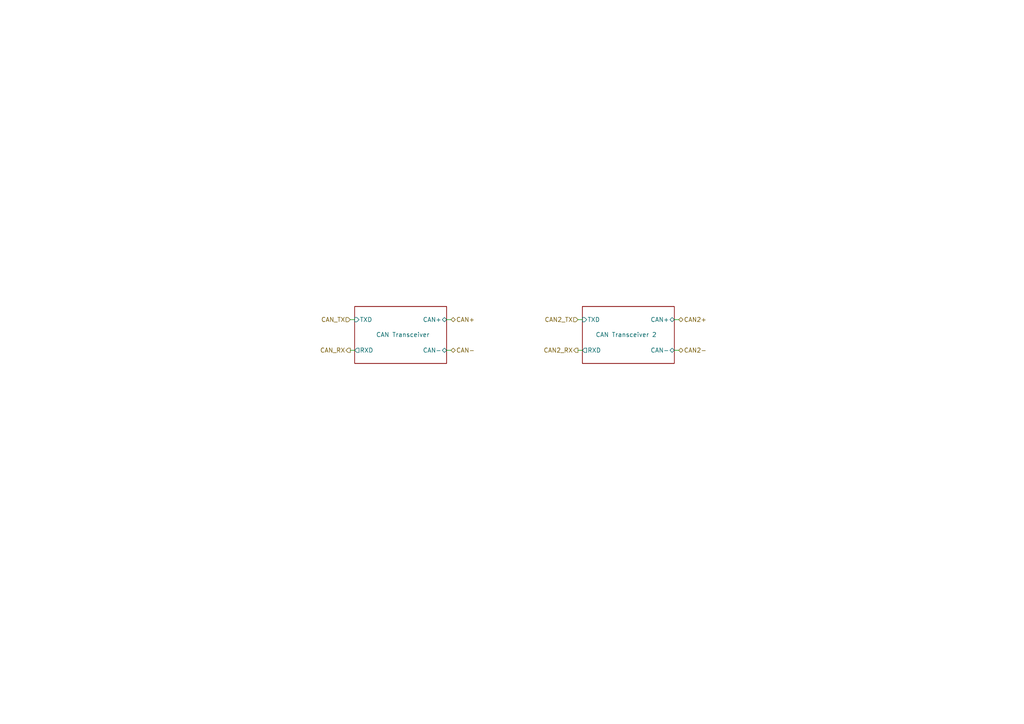
<source format=kicad_sch>
(kicad_sch (version 20230121) (generator eeschema)
  (paper "A4")
  (title_block (title "CAN Transceivers") (date "2024-04-28") (rev "${REVISION}") (company "Author: I. Kajdan") (comment 1 "Reviewer:"))
  (lib_symbols)
  (wire (pts (xy 129.54 101.6) (xy 130.81 101.6)))
  (wire (pts (xy 101.6 101.6) (xy 102.87 101.6)))
  (wire (pts (xy 167.64 92.71) (xy 168.91 92.71)))
  (wire (pts (xy 129.54 92.71) (xy 130.81 92.71)))
  (wire (pts (xy 167.64 101.6) (xy 168.91 101.6)))
  (wire (pts (xy 101.6 92.71) (xy 102.87 92.71)))
  (wire (pts (xy 195.58 92.71) (xy 196.85 92.71)))
  (wire (pts (xy 195.58 101.6) (xy 196.85 101.6)))
  (hierarchical_label "CAN2_RX" (shape output) (at 167.64 101.6 180))
  (hierarchical_label "CAN2+" (shape bidirectional) (at 196.85 92.71 0))
  (hierarchical_label "CAN-" (shape bidirectional) (at 130.81 101.6 0))
  (hierarchical_label "CAN2-" (shape bidirectional) (at 196.85 101.6 0))
  (hierarchical_label "CAN_RX" (shape output) (at 101.6 101.6 180))
  (hierarchical_label "CAN2_TX" (shape input) (at 167.64 92.71 180))
  (hierarchical_label "CAN_TX" (shape input) (at 101.6 92.71 180))
  (hierarchical_label "CAN+" (shape bidirectional) (at 130.81 92.71 0))
  (sheet (at 102.87 88.9) (size 26.67 16.51) (stroke (width 0.1524))
    (property "Sheetname" "CAN Transceiver" (at 116.84 97.0784 0))
    (property "Sheetfile" "can_transceiver.kicad_sch" (effects hide))
    (pin "RXD" output (at 102.87 101.6 180))
    (pin "TXD" input (at 102.87 92.71 180))
    (pin "CAN-" bidirectional (at 129.54 101.6 0))
    (pin "CAN+" bidirectional (at 129.54 92.71 0))
  )
  (sheet (at 168.91 88.9) (size 26.67 16.51) (stroke (width 0.1524))
    (property "Sheetname" "CAN Transceiver 2" (at 181.61 97.0784 0))
    (property "Sheetfile" "can_transceiver.kicad_sch" (effects hide))
    (pin "RXD" output (at 168.91 101.6 180))
    (pin "TXD" input (at 168.91 92.71 180))
    (pin "CAN-" bidirectional (at 195.58 101.6 0))
    (pin "CAN+" bidirectional (at 195.58 92.71 0))
  )
)
</source>
